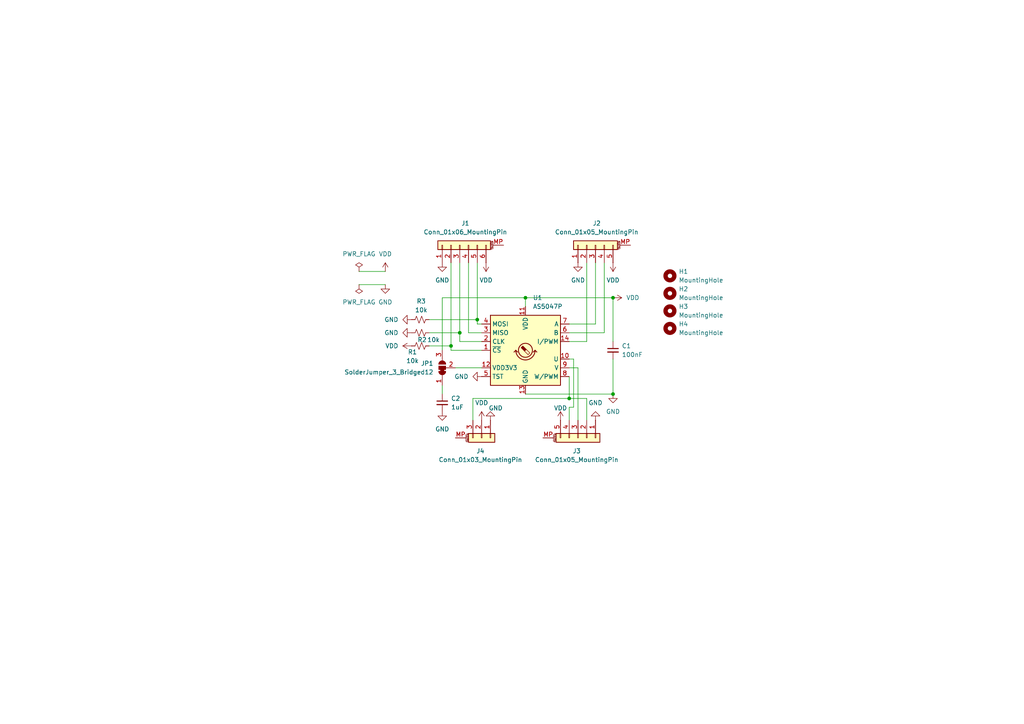
<source format=kicad_sch>
(kicad_sch (version 20250114) (generator "eeschema") (generator_version "9.0")
  (paper "A4")
  (title_block (title "AS5047P Breakout Board") (date "2025-07-16") (rev "0.1"))
  (lib_symbols
    (symbol "Connector_Generic_MountingPin:Conn_01x03_MountingPin" (pin_names (offset 1.016) (hide yes))
      (property "Reference" "J" (at 0 5.08 0))
      (property "Value" "Conn_01x03_MountingPin" (at 1.27 -5.08 0))
      (symbol "Conn_01x03_MountingPin_1_1"
        (rectangle (start -1.27 3.81) (end 1.27 -3.81) (stroke (width 0.254)) (fill (type background)))
        (rectangle (start -1.27 2.667) (end 0 2.413) (stroke (width 0.1524)))
        (rectangle (start -1.27 0.127) (end 0 -0.127) (stroke (width 0.1524)))
        (rectangle (start -1.27 -2.413) (end 0 -2.667) (stroke (width 0.1524)))
        (polyline (pts (xy -1.016 -4.572) (xy 1.016 -4.572)) (stroke (width 0.1524)))
        (text "Mounting" (at 0 -4.191 0) (effects (font (size 0.381 0.381))))
        (pin passive line (at -5.08 2.54 0) (length 3.81) (name "Pin_1") (number "1"))
        (pin passive line (at -5.08 0 0) (length 3.81) (name "Pin_2") (number "2"))
        (pin passive line (at -5.08 -2.54 0) (length 3.81) (name "Pin_3") (number "3"))
        (pin passive line (at 0 -7.62 90) (length 3.048) (name "MountPin") (number "MP"))
      )
    )
    (symbol "Connector_Generic_MountingPin:Conn_01x05_MountingPin" (pin_names (offset 1.016) (hide yes))
      (property "Reference" "J" (at 0 7.62 0))
      (property "Value" "Conn_01x05_MountingPin" (at 1.27 -7.62 0))
      (symbol "Conn_01x05_MountingPin_1_1"
        (rectangle (start -1.27 6.35) (end 1.27 -6.35) (stroke (width 0.254)) (fill (type background)))
        (rectangle (start -1.27 5.207) (end 0 4.953) (stroke (width 0.1524)))
        (rectangle (start -1.27 2.667) (end 0 2.413) (stroke (width 0.1524)))
        (rectangle (start -1.27 0.127) (end 0 -0.127) (stroke (width 0.1524)))
        (rectangle (start -1.27 -2.413) (end 0 -2.667) (stroke (width 0.1524)))
        (rectangle (start -1.27 -4.953) (end 0 -5.207) (stroke (width 0.1524)))
        (polyline (pts (xy -1.016 -7.112) (xy 1.016 -7.112)) (stroke (width 0.1524)))
        (text "Mounting" (at 0 -6.731 0) (effects (font (size 0.381 0.381))))
        (pin passive line (at -5.08 5.08 0) (length 3.81) (name "Pin_1") (number "1"))
        (pin passive line (at -5.08 2.54 0) (length 3.81) (name "Pin_2") (number "2"))
        (pin passive line (at -5.08 0 0) (length 3.81) (name "Pin_3") (number "3"))
        (pin passive line (at -5.08 -2.54 0) (length 3.81) (name "Pin_4") (number "4"))
        (pin passive line (at -5.08 -5.08 0) (length 3.81) (name "Pin_5") (number "5"))
        (pin passive line (at 0 -10.16 90) (length 3.048) (name "MountPin") (number "MP"))
      )
    )
    (symbol "Connector_Generic_MountingPin:Conn_01x06_MountingPin" (pin_names (offset 1.016) (hide yes))
      (property "Reference" "J" (at 0 7.62 0))
      (property "Value" "Conn_01x06_MountingPin" (at 1.27 -10.16 0))
      (symbol "Conn_01x06_MountingPin_1_1"
        (rectangle (start -1.27 6.35) (end 1.27 -8.89) (stroke (width 0.254)) (fill (type background)))
        (rectangle (start -1.27 5.207) (end 0 4.953) (stroke (width 0.1524)))
        (rectangle (start -1.27 2.667) (end 0 2.413) (stroke (width 0.1524)))
        (rectangle (start -1.27 0.127) (end 0 -0.127) (stroke (width 0.1524)))
        (rectangle (start -1.27 -2.413) (end 0 -2.667) (stroke (width 0.1524)))
        (rectangle (start -1.27 -4.953) (end 0 -5.207) (stroke (width 0.1524)))
        (rectangle (start -1.27 -7.493) (end 0 -7.747) (stroke (width 0.1524)))
        (polyline (pts (xy -1.016 -9.652) (xy 1.016 -9.652)) (stroke (width 0.1524)))
        (text "Mounting" (at 0 -9.271 0) (effects (font (size 0.381 0.381))))
        (pin passive line (at -5.08 5.08 0) (length 3.81) (name "Pin_1") (number "1"))
        (pin passive line (at -5.08 2.54 0) (length 3.81) (name "Pin_2") (number "2"))
        (pin passive line (at -5.08 0 0) (length 3.81) (name "Pin_3") (number "3"))
        (pin passive line (at -5.08 -2.54 0) (length 3.81) (name "Pin_4") (number "4"))
        (pin passive line (at -5.08 -5.08 0) (length 3.81) (name "Pin_5") (number "5"))
        (pin passive line (at -5.08 -7.62 0) (length 3.81) (name "Pin_6") (number "6"))
        (pin passive line (at 0 -12.7 90) (length 3.048) (name "MountPin") (number "MP"))
      )
    )
    (symbol "Device:C_Small" (pin_numbers (hide yes)) (pin_names (offset 0.254) (hide yes))
      (property "Reference" "C" (at 0.254 1.778 0))
      (property "Value" "C_Small" (at 0.254 -2.032 0))
      (symbol "C_Small_0_1"
        (polyline (pts (xy -1.524 0.508) (xy 1.524 0.508)) (stroke (width 0.3048)))
        (polyline (pts (xy -1.524 -0.508) (xy 1.524 -0.508)) (stroke (width 0.3302)))
      )
      (symbol "C_Small_1_1"
        (pin passive line (at 0 2.54 270) (length 2.032) (name "~") (number "1"))
        (pin passive line (at 0 -2.54 90) (length 2.032) (name "~") (number "2"))
      )
    )
    (symbol "Device:R_Small_US" (pin_numbers (hide yes)) (pin_names (offset 0.254) (hide yes))
      (property "Reference" "R" (at 0.762 0.508 0))
      (property "Value" "R_Small_US" (at 0.762 -1.016 0))
      (symbol "R_Small_US_1_1"
        (polyline (pts (xy 0 1.524) (xy 1.016 1.143) (xy 0 0.762) (xy -1.016 0.381) (xy 0 0)))
        (polyline (pts (xy 0 0) (xy 1.016 -0.381) (xy 0 -0.762) (xy -1.016 -1.143) (xy 0 -1.524)))
        (pin passive line (at 0 2.54 270) (length 1.016) (name "~") (number "1"))
        (pin passive line (at 0 -2.54 90) (length 1.016) (name "~") (number "2"))
      )
    )
    (symbol "Jumper:SolderJumper_3_Bridged12" (pin_names (offset 0) (hide yes)) (in_bom no)
      (property "Reference" "JP" (at -2.54 -2.54 0))
      (property "Value" "SolderJumper_3_Bridged12" (at 0 2.794 0))
      (symbol "SolderJumper_3_Bridged12_0_1"
        (polyline (pts (xy -2.54 0) (xy -2.032 0)))
        (polyline (pts (xy -1.016 1.016) (xy -1.016 -1.016)))
        (rectangle (start -1.016 0.508) (end -0.508 -0.508) (fill (type outline)))
        (arc (start -1.016 -1.016) (mid -2.0276 0) (end -1.016 1.016))
        (arc (start -1.016 -1.016) (mid -2.0276 0) (end -1.016 1.016) (fill (type outline)))
        (rectangle (start -0.508 1.016) (end 0.508 -1.016) (fill (type outline)))
        (polyline (pts (xy 0 -1.27) (xy 0 -1.016)))
        (arc (start 1.016 1.016) (mid 2.0276 0) (end 1.016 -1.016))
        (arc (start 1.016 1.016) (mid 2.0276 0) (end 1.016 -1.016) (fill (type outline)))
        (polyline (pts (xy 1.016 1.016) (xy 1.016 -1.016)))
        (polyline (pts (xy 2.54 0) (xy 2.032 0)))
      )
      (symbol "SolderJumper_3_Bridged12_1_1"
        (pin passive line (at -5.08 0 0) (length 2.54) (name "A") (number "1"))
        (pin passive line (at 0 -3.81 90) (length 2.54) (name "C") (number "2"))
        (pin passive line (at 5.08 0 180) (length 2.54) (name "B") (number "3"))
      )
    )
    (symbol "Mechanical:MountingHole" (pin_names (offset 1.016)) (in_bom no)
      (property "Reference" "H" (at 0 5.08 0))
      (property "Value" "MountingHole" (at 0 3.175 0))
      (symbol "MountingHole_0_1"
        (circle (center 0 0) (radius 1.27) (stroke (width 1.27)))
      )
    )
    (symbol "Sensor_Magnetic:AS5047D"
      (property "Reference" "U" (at -8.89 11.43 0))
      (property "Value" "AS5047D" (at 5.08 11.43 0))
      (symbol "AS5047D_1_1"
        (rectangle (start -10.16 10.16) (end 10.16 -10.16) (stroke (width 0.254)) (fill (type background)))
        (polyline (pts (xy -2.794 0) (xy -3.302 -0.508)) (stroke (width 0.254)))
        (polyline (pts (xy -2.794 0) (xy -2.286 -0.508)) (stroke (width 0.254)))
        (polyline (pts (xy -0.762 1.27) (xy 0.254 0.254) (xy -0.254 -0.254) (xy -1.27 0.762) (xy -1.016 1.016) (xy -0.762 1.27) (xy -0.635 1.143)) (fill (type outline)))
        (arc (start 2.794 0) (mid 0 -2.7819) (end -2.794 0) (stroke (width 0.254)))
        (circle (center 0 0) (radius 2.032) (stroke (width 0.254)))
        (polyline (pts (xy 0.254 0.254) (xy 1.27 -0.762) (xy 0.762 -1.27) (xy -0.254 -0.254)))
        (polyline (pts (xy 2.794 0) (xy 2.286 -0.508)) (stroke (width 0.254)))
        (polyline (pts (xy 2.794 0) (xy 3.302 -0.508)) (stroke (width 0.254)))
        (pin input line (at -12.7 7.62 0) (length 2.54) (name "MOSI") (number "4"))
        (pin output line (at -12.7 5.08 0) (length 2.54) (name "MISO") (number "3"))
        (pin input line (at -12.7 2.54 0) (length 2.54) (name "CLK") (number "2"))
        (pin input line (at -12.7 0 0) (length 2.54) (name "~{CS}") (number "1"))
        (pin power_out line (at -12.7 -5.08 0) (length 2.54) (name "VDD3V3") (number "12"))
        (pin input line (at -12.7 -7.62 0) (length 2.54) (name "TST") (number "5"))
        (pin power_in line (at 0 12.7 270) (length 2.54) (name "VDD") (number "11"))
        (pin power_in line (at 0 -12.7 90) (length 2.54) (name "GND") (number "13"))
        (pin output line (at 12.7 7.62 180) (length 2.54) (name "A") (number "7"))
        (pin output line (at 12.7 5.08 180) (length 2.54) (name "B") (number "6"))
        (pin output line (at 12.7 2.54 180) (length 2.54) (name "I/PWM") (number "14"))
        (pin output line (at 12.7 -2.54 180) (length 2.54) (name "U") (number "10"))
        (pin output line (at 12.7 -5.08 180) (length 2.54) (name "V") (number "9"))
        (pin output line (at 12.7 -7.62 180) (length 2.54) (name "W/PWM") (number "8"))
      )
    )
    (symbol "power:GND" (power) (pin_numbers (hide yes)) (pin_names (offset 0) (hide yes))
      (property "Value" "GND" (at 0 -3.81 0))
      (symbol "GND_0_1"
        (polyline (pts (xy 0 0) (xy 0 -1.27) (xy 1.27 -1.27) (xy 0 -2.54) (xy -1.27 -1.27) (xy 0 -1.27)))
      )
      (symbol "GND_1_1"
        (pin power_in line (at 0 0 270) (length 0) (name "~") (number "1"))
      )
    )
    (symbol "power:PWR_FLAG" (power) (pin_numbers (hide yes)) (pin_names (offset 0) (hide yes))
      (property "Value" "PWR_FLAG" (at 0 3.81 0))
      (symbol "PWR_FLAG_0_0"
        (pin power_out line (at 0 0 90) (length 0) (name "~") (number "1"))
      )
      (symbol "PWR_FLAG_0_1"
        (polyline (pts (xy 0 0) (xy 0 1.27) (xy -1.016 1.905) (xy 0 2.54) (xy 1.016 1.905) (xy 0 1.27)))
      )
    )
    (symbol "power:VDD" (power) (pin_numbers (hide yes)) (pin_names (offset 0) (hide yes))
      (property "Value" "VDD" (at 0 3.556 0))
      (symbol "VDD_0_1"
        (polyline (pts (xy -0.762 1.27) (xy 0 2.54)))
        (polyline (pts (xy 0 2.54) (xy 0.762 1.27)))
        (polyline (pts (xy 0 0) (xy 0 2.54)))
      )
      (symbol "VDD_1_1"
        (pin power_in line (at 0 0 90) (length 0) (name "~") (number "1"))
      )
    )
  )
  (junction (at 133.35 96.52))
  (junction (at 165.1 115.57))
  (junction (at 130.81 100.33))
  (junction (at 177.8 86.36))
  (junction (at 177.8 114.3))
  (junction (at 138.43 92.71))
  (junction (at 152.4 86.36))
  (wire (pts (xy 170.18 76.2) (xy 170.18 99.06)))
  (wire (pts (xy 167.64 121.92) (xy 167.64 106.68)))
  (wire (pts (xy 104.14 82.55) (xy 111.76 82.55)))
  (wire (pts (xy 170.18 99.06) (xy 165.1 99.06)))
  (wire (pts (xy 124.46 96.52) (xy 133.35 96.52)))
  (wire (pts (xy 165.1 121.92) (xy 165.1 118.11)))
  (wire (pts (xy 175.26 96.52) (xy 165.1 96.52)))
  (wire (pts (xy 124.46 92.71) (xy 138.43 92.71)))
  (wire (pts (xy 138.43 92.71) (xy 138.43 93.98)))
  (wire (pts (xy 152.4 86.36) (xy 177.8 86.36)))
  (wire (pts (xy 165.1 115.57) (xy 170.18 115.57)))
  (wire (pts (xy 167.64 106.68) (xy 165.1 106.68)))
  (wire (pts (xy 152.4 114.3) (xy 177.8 114.3)))
  (wire (pts (xy 128.27 86.36) (xy 152.4 86.36)))
  (wire (pts (xy 137.16 115.57) (xy 137.16 121.92)))
  (wire (pts (xy 152.4 86.36) (xy 152.4 88.9)))
  (wire (pts (xy 128.27 86.36) (xy 128.27 101.6)))
  (wire (pts (xy 133.35 99.06) (xy 139.7 99.06)))
  (wire (pts (xy 166.37 118.11) (xy 166.37 104.14)))
  (wire (pts (xy 133.35 76.2) (xy 133.35 96.52)))
  (wire (pts (xy 135.89 76.2) (xy 135.89 96.52)))
  (wire (pts (xy 170.18 121.92) (xy 170.18 115.57)))
  (wire (pts (xy 172.72 93.98) (xy 165.1 93.98)))
  (wire (pts (xy 138.43 93.98) (xy 139.7 93.98)))
  (wire (pts (xy 172.72 76.2) (xy 172.72 93.98)))
  (wire (pts (xy 177.8 114.3) (xy 177.8 104.14)))
  (wire (pts (xy 130.81 101.6) (xy 139.7 101.6)))
  (wire (pts (xy 137.16 115.57) (xy 165.1 115.57)))
  (wire (pts (xy 124.46 100.33) (xy 130.81 100.33)))
  (wire (pts (xy 133.35 96.52) (xy 133.35 99.06)))
  (wire (pts (xy 135.89 96.52) (xy 139.7 96.52)))
  (wire (pts (xy 166.37 104.14) (xy 165.1 104.14)))
  (wire (pts (xy 177.8 86.36) (xy 177.8 99.06)))
  (wire (pts (xy 104.14 78.74) (xy 111.76 78.74)))
  (wire (pts (xy 128.27 111.76) (xy 128.27 114.3)))
  (wire (pts (xy 165.1 118.11) (xy 166.37 118.11)))
  (wire (pts (xy 130.81 101.6) (xy 130.81 100.33)))
  (wire (pts (xy 175.26 76.2) (xy 175.26 96.52)))
  (wire (pts (xy 130.81 100.33) (xy 130.81 76.2)))
  (wire (pts (xy 138.43 76.2) (xy 138.43 92.71)))
  (wire (pts (xy 165.1 109.22) (xy 165.1 115.57)))
  (wire (pts (xy 132.08 106.68) (xy 139.7 106.68)))
  (symbol (lib_id "Mechanical:MountingHole") (at 194.31 85.09 0) (unit 1) (in_bom no)
    (property "Reference" "H2" (at 196.85 83.8199 0) (effects (justify left)))
    (property "Value" "MountingHole" (at 196.85 86.3599 0) (effects (justify left)))
    (property "Footprint" "MountingHole:MountingHole_3.2mm_M3" (effects (hide yes)))
    (property "Description" "Mounting Hole without connection" (effects (hide yes)))
  )
  (symbol (lib_id "Connector_Generic_MountingPin:Conn_01x05_MountingPin") (at 167.64 127 270) (unit 1)
    (property "Reference" "J3" (at 167.2844 130.81 90))
    (property "Value" "Conn_01x05_MountingPin" (at 167.2844 133.35 90))
    (property "Footprint" "Connector_JST:JST_GH_SM05B-GHS-TB_1x05-1MP_P1.25mm_Horizontal" (effects (hide yes)))
    (property "Description" "Generic connectable mounting pin connector, single row, 01x05, script generated (kicad-library-utils/schlib/autogen/connector/)" (effects (hide yes)))
  )
  (symbol (lib_id "power:GND") (at 111.76 82.55 0) (unit 1)
    (property "Reference" "#PWR014" (effects (hide yes)))
    (property "Value" "GND" (at 111.76 87.63 0))
    (property "Description" "Power symbol creates a global label with name \"GND\" , ground" (effects (hide yes)))
  )
  (symbol (lib_id "power:VDD") (at 119.38 100.33 90) (unit 1)
    (property "Reference" "#PWR015" (effects (hide yes)))
    (property "Value" "VDD" (at 115.57 100.3299 90) (effects (justify left)))
    (property "Description" "Power symbol creates a global label with name \"VDD\"" (effects (hide yes)))
  )
  (symbol (lib_id "Device:R_Small_US") (at 121.92 92.71 90) (unit 1)
    (property "Reference" "R3" (at 122.174 87.376 90))
    (property "Value" "10k" (at 122.174 89.916 90))
    (property "Footprint" "Resistor_SMD:R_0402_1005Metric" (effects (hide yes)))
    (property "Description" "Resistor, small US symbol" (effects (hide yes)))
  )
  (symbol (lib_id "power:PWR_FLAG") (at 104.14 82.55 180) (unit 1)
    (property "Reference" "#FLG02" (effects (hide yes)))
    (property "Value" "PWR_FLAG" (at 104.14 87.63 0))
    (property "Description" "Special symbol for telling ERC where power comes from" (effects (hide yes)))
  )
  (symbol (lib_id "power:GND") (at 119.38 92.71 270) (unit 1)
    (property "Reference" "#PWR017" (effects (hide yes)))
    (property "Value" "GND" (at 115.57 92.7099 90) (effects (justify right)))
    (property "Description" "Power symbol creates a global label with name \"GND\" , ground" (effects (hide yes)))
  )
  (symbol (lib_id "power:GND") (at 119.38 96.52 270) (unit 1)
    (property "Reference" "#PWR016" (effects (hide yes)))
    (property "Value" "GND" (at 115.57 96.5199 90) (effects (justify right)))
    (property "Description" "Power symbol creates a global label with name \"GND\" , ground" (effects (hide yes)))
  )
  (symbol (lib_id "power:GND") (at 142.24 121.92 180) (unit 1)
    (property "Reference" "#PWR011" (effects (hide yes)))
    (property "Value" "GND" (at 143.764 118.364 0))
    (property "Description" "Power symbol creates a global label with name \"GND\" , ground" (effects (hide yes)))
  )
  (symbol (lib_id "Jumper:SolderJumper_3_Bridged12") (at 128.27 106.68 90) (unit 1) (in_bom no)
    (property "Reference" "JP1" (at 125.73 105.4099 90) (effects (justify left)))
    (property "Value" "SolderJumper_3_Bridged12" (at 125.73 107.9499 90) (effects (justify left)))
    (property "Footprint" "Jumper:SolderJumper-3_P1.3mm_Open_RoundedPad1.0x1.5mm" (effects (hide yes)))
    (property "Description" "3-pole Solder Jumper, pins 1+2 closed/bridged" (effects (hide yes)))
  )
  (symbol (lib_id "Sensor_Magnetic:AS5047D") (at 152.4 101.6 0) (unit 1)
    (property "Reference" "U1" (at 154.5433 86.36 0) (effects (justify left)))
    (property "Value" "AS5047P" (at 154.5433 88.9 0) (effects (justify left)))
    (property "Footprint" "Package_SO:TSSOP-14_4.4x5mm_P0.65mm" (effects (hide yes)))
    (property "Datasheet" "https://ams.com/documents/20143/36005/AS5047D_DS000394_2-00.pdf" (effects (hide yes)))
    (property "Description" "On-Axis Magnetic Position Sensor, 14-bit, PWM Output, ABI Output, UVW Output, SPI Interface, TSSOP-14" (effects (hide yes)))
  )
  (symbol (lib_id "Device:C_Small") (at 177.8 101.6 0) (unit 1)
    (property "Reference" "C1" (at 180.34 100.3362 0) (effects (justify left)))
    (property "Value" "100nF" (at 180.34 102.8762 0) (effects (justify left)))
    (property "Footprint" "Capacitor_SMD:C_0402_1005Metric" (effects (hide yes)))
    (property "Description" "Unpolarized capacitor, small symbol" (effects (hide yes)))
  )
  (symbol (lib_id "Connector_Generic_MountingPin:Conn_01x06_MountingPin") (at 133.35 71.12 90) (unit 1)
    (property "Reference" "J1" (at 134.9756 64.77 90))
    (property "Value" "Conn_01x06_MountingPin" (at 134.9756 67.31 90))
    (property "Footprint" "Connector_JST:JST_GH_SM06B-GHS-TB_1x06-1MP_P1.25mm_Horizontal" (effects (hide yes)))
    (property "Description" "Generic connectable mounting pin connector, single row, 01x06, script generated (kicad-library-utils/schlib/autogen/connector/)" (effects (hide yes)))
  )
  (symbol (lib_id "power:GND") (at 172.72 121.92 180) (unit 1)
    (property "Reference" "#PWR06" (effects (hide yes)))
    (property "Value" "GND" (at 172.72 116.84 0))
    (property "Description" "Power symbol creates a global label with name \"GND\" , ground" (effects (hide yes)))
  )
  (symbol (lib_id "power:VDD") (at 177.8 76.2 180) (unit 1)
    (property "Reference" "#PWR08" (effects (hide yes)))
    (property "Value" "VDD" (at 177.8 81.28 0))
    (property "Description" "Power symbol creates a global label with name \"VDD\"" (effects (hide yes)))
  )
  (symbol (lib_id "power:VDD") (at 139.7 121.92 0) (unit 1)
    (property "Reference" "#PWR012" (effects (hide yes)))
    (property "Value" "VDD" (at 139.7 116.84 0))
    (property "Description" "Power symbol creates a global label with name \"VDD\"" (effects (hide yes)))
  )
  (symbol (lib_id "Mechanical:MountingHole") (at 194.31 95.25 0) (unit 1) (in_bom no)
    (property "Reference" "H4" (at 196.85 93.9799 0) (effects (justify left)))
    (property "Value" "MountingHole" (at 196.85 96.5199 0) (effects (justify left)))
    (property "Footprint" "MountingHole:MountingHole_3.2mm_M3" (effects (hide yes)))
    (property "Description" "Mounting Hole without connection" (effects (hide yes)))
  )
  (symbol (lib_id "Device:R_Small_US") (at 121.92 100.33 90) (unit 1)
    (property "Reference" "R1" (at 119.634 102.108 90))
    (property "Value" "10k" (at 119.634 104.648 90))
    (property "Footprint" "Resistor_SMD:R_0402_1005Metric" (effects (hide yes)))
    (property "Description" "Resistor, small US symbol" (effects (hide yes)))
  )
  (symbol (lib_id "Device:C_Small") (at 128.27 116.84 0) (unit 1)
    (property "Reference" "C2" (at 130.81 115.5762 0) (effects (justify left)))
    (property "Value" "1uF" (at 130.81 118.1162 0) (effects (justify left)))
    (property "Footprint" "Capacitor_SMD:C_0402_1005Metric" (effects (hide yes)))
    (property "Description" "Unpolarized capacitor, small symbol" (effects (hide yes)))
  )
  (symbol (lib_id "power:GND") (at 139.7 109.22 270) (unit 1)
    (property "Reference" "#PWR05" (effects (hide yes)))
    (property "Value" "GND" (at 135.89 109.2199 90) (effects (justify right)))
    (property "Description" "Power symbol creates a global label with name \"GND\" , ground" (effects (hide yes)))
  )
  (symbol (lib_id "power:VDD") (at 111.76 78.74 0) (unit 1)
    (property "Reference" "#PWR013" (effects (hide yes)))
    (property "Value" "VDD" (at 111.76 73.66 0))
    (property "Description" "Power symbol creates a global label with name \"VDD\"" (effects (hide yes)))
  )
  (symbol (lib_id "power:GND") (at 128.27 76.2 0) (unit 1)
    (property "Reference" "#PWR02" (effects (hide yes)))
    (property "Value" "GND" (at 128.27 81.28 0))
    (property "Description" "Power symbol creates a global label with name \"GND\" , ground" (effects (hide yes)))
  )
  (symbol (lib_id "power:VDD") (at 162.56 121.92 0) (unit 1)
    (property "Reference" "#PWR09" (effects (hide yes)))
    (property "Value" "VDD" (at 162.56 118.364 0))
    (property "Description" "Power symbol creates a global label with name \"VDD\"" (effects (hide yes)))
  )
  (symbol (lib_id "Connector_Generic_MountingPin:Conn_01x03_MountingPin") (at 139.7 127 270) (unit 1)
    (property "Reference" "J4" (at 139.3444 130.81 90))
    (property "Value" "Conn_01x03_MountingPin" (at 139.3444 133.35 90))
    (property "Footprint" "Connector_JST:JST_GH_SM03B-GHS-TB_1x03-1MP_P1.25mm_Horizontal" (effects (hide yes)))
    (property "Description" "Generic connectable mounting pin connector, single row, 01x03, script generated (kicad-library-utils/schlib/autogen/connector/)" (effects (hide yes)))
  )
  (symbol (lib_id "power:GND") (at 167.64 76.2 0) (unit 1)
    (property "Reference" "#PWR04" (effects (hide yes)))
    (property "Value" "GND" (at 167.64 81.28 0))
    (property "Description" "Power symbol creates a global label with name \"GND\" , ground" (effects (hide yes)))
  )
  (symbol (lib_id "power:GND") (at 128.27 119.38 0) (unit 1)
    (property "Reference" "#PWR03" (effects (hide yes)))
    (property "Value" "GND" (at 128.27 124.46 0))
    (property "Description" "Power symbol creates a global label with name \"GND\" , ground" (effects (hide yes)))
  )
  (symbol (lib_id "Device:R_Small_US") (at 121.92 96.52 90) (unit 1)
    (property "Reference" "R2" (at 122.428 98.552 90))
    (property "Value" "10k" (at 125.73 98.552 90))
    (property "Footprint" "Resistor_SMD:R_0402_1005Metric" (effects (hide yes)))
    (property "Description" "Resistor, small US symbol" (effects (hide yes)))
  )
  (symbol (lib_id "power:PWR_FLAG") (at 104.14 78.74 0) (unit 1)
    (property "Reference" "#FLG01" (effects (hide yes)))
    (property "Value" "PWR_FLAG" (at 104.14 73.66 0))
    (property "Description" "Special symbol for telling ERC where power comes from" (effects (hide yes)))
  )
  (symbol (lib_id "Mechanical:MountingHole") (at 194.31 90.17 0) (unit 1) (in_bom no)
    (property "Reference" "H3" (at 196.85 88.8999 0) (effects (justify left)))
    (property "Value" "MountingHole" (at 196.85 91.4399 0) (effects (justify left)))
    (property "Footprint" "MountingHole:MountingHole_3.2mm_M3" (effects (hide yes)))
    (property "Description" "Mounting Hole without connection" (effects (hide yes)))
  )
  (symbol (lib_id "power:VDD") (at 140.97 76.2 180) (unit 1)
    (property "Reference" "#PWR07" (effects (hide yes)))
    (property "Value" "VDD" (at 140.97 81.28 0))
    (property "Description" "Power symbol creates a global label with name \"VDD\"" (effects (hide yes)))
  )
  (symbol (lib_id "power:VDD") (at 177.8 86.36 270) (unit 1)
    (property "Reference" "#PWR010" (effects (hide yes)))
    (property "Value" "VDD" (at 181.61 86.3599 90) (effects (justify left)))
    (property "Description" "Power symbol creates a global label with name \"VDD\"" (effects (hide yes)))
  )
  (symbol (lib_id "Mechanical:MountingHole") (at 194.31 80.01 0) (unit 1) (in_bom no)
    (property "Reference" "H1" (at 196.85 78.7399 0) (effects (justify left)))
    (property "Value" "MountingHole" (at 196.85 81.2799 0) (effects (justify left)))
    (property "Footprint" "MountingHole:MountingHole_3.2mm_M3" (effects (hide yes)))
    (property "Description" "Mounting Hole without connection" (effects (hide yes)))
  )
  (symbol (lib_id "Connector_Generic_MountingPin:Conn_01x05_MountingPin") (at 172.72 71.12 90) (unit 1)
    (property "Reference" "J2" (at 173.0756 64.77 90))
    (property "Value" "Conn_01x05_MountingPin" (at 173.0756 67.31 90))
    (property "Footprint" "Connector_JST:JST_GH_SM05B-GHS-TB_1x05-1MP_P1.25mm_Horizontal" (effects (hide yes)))
    (property "Description" "Generic connectable mounting pin connector, single row, 01x05, script generated (kicad-library-utils/schlib/autogen/connector/)" (effects (hide yes)))
  )
  (symbol (lib_id "power:GND") (at 177.8 114.3 0) (unit 1)
    (property "Reference" "#PWR01" (effects (hide yes)))
    (property "Value" "GND" (at 177.8 119.38 0))
    (property "Description" "Power symbol creates a global label with name \"GND\" , ground" (effects (hide yes)))
  )
)
</source>
